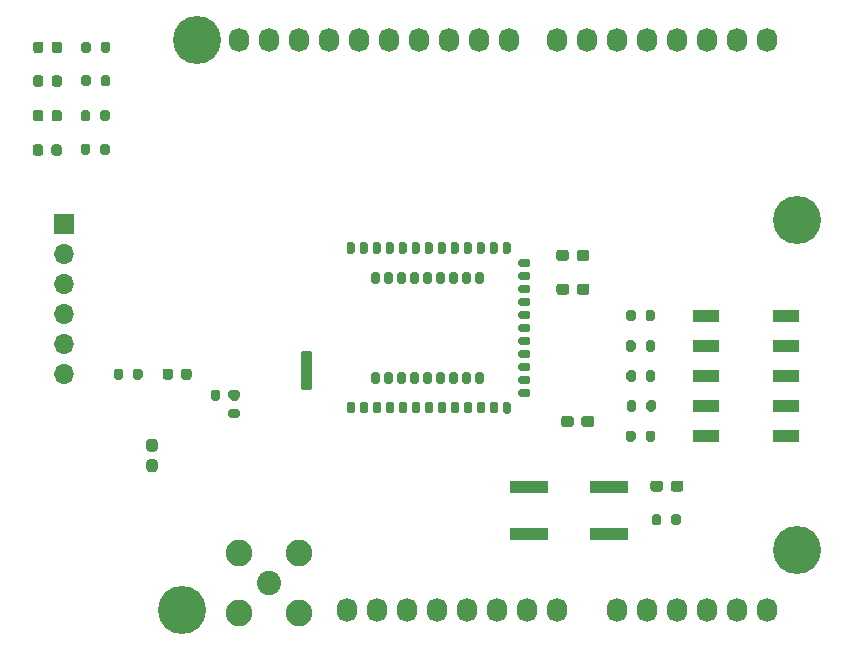
<source format=gbr>
%TF.GenerationSoftware,KiCad,Pcbnew,(5.1.7)-1*%
%TF.CreationDate,2020-11-28T10:02:44+01:00*%
%TF.ProjectId,Rhizo_Receiver_Shield,5268697a-6f5f-4526-9563-65697665725f,rev?*%
%TF.SameCoordinates,Original*%
%TF.FileFunction,Soldermask,Top*%
%TF.FilePolarity,Negative*%
%FSLAX46Y46*%
G04 Gerber Fmt 4.6, Leading zero omitted, Abs format (unit mm)*
G04 Created by KiCad (PCBNEW (5.1.7)-1) date 2020-11-28 10:02:44*
%MOMM*%
%LPD*%
G01*
G04 APERTURE LIST*
%ADD10O,1.700000X1.700000*%
%ADD11R,1.700000X1.700000*%
%ADD12C,2.250000*%
%ADD13C,2.050000*%
%ADD14R,3.200000X1.000000*%
%ADD15R,2.160000X1.120000*%
%ADD16O,1.727200X2.032000*%
%ADD17C,4.064000*%
%ADD18C,0.254000*%
%ADD19C,0.100000*%
G04 APERTURE END LIST*
D10*
%TO.C,P9*%
X115001040Y-103863140D03*
X115001040Y-101323140D03*
X115001040Y-98783140D03*
X115001040Y-96243140D03*
X115001040Y-93703140D03*
D11*
X115001040Y-91163140D03*
%TD*%
%TO.C,C18*%
G36*
G01*
X158384120Y-94077800D02*
X158384120Y-93602800D01*
G75*
G02*
X158621620Y-93365300I237500J0D01*
G01*
X159221620Y-93365300D01*
G75*
G02*
X159459120Y-93602800I0J-237500D01*
G01*
X159459120Y-94077800D01*
G75*
G02*
X159221620Y-94315300I-237500J0D01*
G01*
X158621620Y-94315300D01*
G75*
G02*
X158384120Y-94077800I0J237500D01*
G01*
G37*
G36*
G01*
X156659120Y-94077800D02*
X156659120Y-93602800D01*
G75*
G02*
X156896620Y-93365300I237500J0D01*
G01*
X157496620Y-93365300D01*
G75*
G02*
X157734120Y-93602800I0J-237500D01*
G01*
X157734120Y-94077800D01*
G75*
G02*
X157496620Y-94315300I-237500J0D01*
G01*
X156896620Y-94315300D01*
G75*
G02*
X156659120Y-94077800I0J237500D01*
G01*
G37*
%TD*%
%TO.C,C16*%
G36*
G01*
X158405880Y-96950540D02*
X158405880Y-96475540D01*
G75*
G02*
X158643380Y-96238040I237500J0D01*
G01*
X159243380Y-96238040D01*
G75*
G02*
X159480880Y-96475540I0J-237500D01*
G01*
X159480880Y-96950540D01*
G75*
G02*
X159243380Y-97188040I-237500J0D01*
G01*
X158643380Y-97188040D01*
G75*
G02*
X158405880Y-96950540I0J237500D01*
G01*
G37*
G36*
G01*
X156680880Y-96950540D02*
X156680880Y-96475540D01*
G75*
G02*
X156918380Y-96238040I237500J0D01*
G01*
X157518380Y-96238040D01*
G75*
G02*
X157755880Y-96475540I0J-237500D01*
G01*
X157755880Y-96950540D01*
G75*
G02*
X157518380Y-97188040I-237500J0D01*
G01*
X156918380Y-97188040D01*
G75*
G02*
X156680880Y-96950540I0J237500D01*
G01*
G37*
%TD*%
%TO.C,C15*%
G36*
G01*
X158795600Y-108144320D02*
X158795600Y-107669320D01*
G75*
G02*
X159033100Y-107431820I237500J0D01*
G01*
X159633100Y-107431820D01*
G75*
G02*
X159870600Y-107669320I0J-237500D01*
G01*
X159870600Y-108144320D01*
G75*
G02*
X159633100Y-108381820I-237500J0D01*
G01*
X159033100Y-108381820D01*
G75*
G02*
X158795600Y-108144320I0J237500D01*
G01*
G37*
G36*
G01*
X157070600Y-108144320D02*
X157070600Y-107669320D01*
G75*
G02*
X157308100Y-107431820I237500J0D01*
G01*
X157908100Y-107431820D01*
G75*
G02*
X158145600Y-107669320I0J-237500D01*
G01*
X158145600Y-108144320D01*
G75*
G02*
X157908100Y-108381820I-237500J0D01*
G01*
X157308100Y-108381820D01*
G75*
G02*
X157070600Y-108144320I0J237500D01*
G01*
G37*
%TD*%
%TO.C,C14*%
G36*
G01*
X166362260Y-113612940D02*
X166362260Y-113137940D01*
G75*
G02*
X166599760Y-112900440I237500J0D01*
G01*
X167199760Y-112900440D01*
G75*
G02*
X167437260Y-113137940I0J-237500D01*
G01*
X167437260Y-113612940D01*
G75*
G02*
X167199760Y-113850440I-237500J0D01*
G01*
X166599760Y-113850440D01*
G75*
G02*
X166362260Y-113612940I0J237500D01*
G01*
G37*
G36*
G01*
X164637260Y-113612940D02*
X164637260Y-113137940D01*
G75*
G02*
X164874760Y-112900440I237500J0D01*
G01*
X165474760Y-112900440D01*
G75*
G02*
X165712260Y-113137940I0J-237500D01*
G01*
X165712260Y-113612940D01*
G75*
G02*
X165474760Y-113850440I-237500J0D01*
G01*
X164874760Y-113850440D01*
G75*
G02*
X164637260Y-113612940I0J237500D01*
G01*
G37*
%TD*%
%TO.C,C2*%
G36*
G01*
X122675660Y-110453460D02*
X122200660Y-110453460D01*
G75*
G02*
X121963160Y-110215960I0J237500D01*
G01*
X121963160Y-109615960D01*
G75*
G02*
X122200660Y-109378460I237500J0D01*
G01*
X122675660Y-109378460D01*
G75*
G02*
X122913160Y-109615960I0J-237500D01*
G01*
X122913160Y-110215960D01*
G75*
G02*
X122675660Y-110453460I-237500J0D01*
G01*
G37*
G36*
G01*
X122675660Y-112178460D02*
X122200660Y-112178460D01*
G75*
G02*
X121963160Y-111940960I0J237500D01*
G01*
X121963160Y-111340960D01*
G75*
G02*
X122200660Y-111103460I237500J0D01*
G01*
X122675660Y-111103460D01*
G75*
G02*
X122913160Y-111340960I0J-237500D01*
G01*
X122913160Y-111940960D01*
G75*
G02*
X122675660Y-112178460I-237500J0D01*
G01*
G37*
%TD*%
D12*
%TO.C,J1*%
X129794000Y-124079000D03*
X129794000Y-118999000D03*
X134874000Y-118999000D03*
X134874000Y-124079000D03*
D13*
X132334000Y-121539000D03*
%TD*%
%TO.C,U101*%
G36*
G01*
X153467280Y-104555940D02*
X153467280Y-104205940D01*
G75*
G02*
X153642280Y-104030940I175000J0D01*
G01*
X154292280Y-104030940D01*
G75*
G02*
X154467280Y-104205940I0J-175000D01*
G01*
X154467280Y-104555940D01*
G75*
G02*
X154292280Y-104730940I-175000J0D01*
G01*
X153642280Y-104730940D01*
G75*
G02*
X153467280Y-104555940I0J175000D01*
G01*
G37*
G36*
G01*
X153467280Y-103455940D02*
X153467280Y-103105940D01*
G75*
G02*
X153642280Y-102930940I175000J0D01*
G01*
X154292280Y-102930940D01*
G75*
G02*
X154467280Y-103105940I0J-175000D01*
G01*
X154467280Y-103455940D01*
G75*
G02*
X154292280Y-103630940I-175000J0D01*
G01*
X153642280Y-103630940D01*
G75*
G02*
X153467280Y-103455940I0J175000D01*
G01*
G37*
G36*
G01*
X153467280Y-105655940D02*
X153467280Y-105305940D01*
G75*
G02*
X153642280Y-105130940I175000J0D01*
G01*
X154292280Y-105130940D01*
G75*
G02*
X154467280Y-105305940I0J-175000D01*
G01*
X154467280Y-105655940D01*
G75*
G02*
X154292280Y-105830940I-175000J0D01*
G01*
X153642280Y-105830940D01*
G75*
G02*
X153467280Y-105655940I0J175000D01*
G01*
G37*
G36*
G01*
X153467280Y-97955940D02*
X153467280Y-97605940D01*
G75*
G02*
X153642280Y-97430940I175000J0D01*
G01*
X154292280Y-97430940D01*
G75*
G02*
X154467280Y-97605940I0J-175000D01*
G01*
X154467280Y-97955940D01*
G75*
G02*
X154292280Y-98130940I-175000J0D01*
G01*
X153642280Y-98130940D01*
G75*
G02*
X153467280Y-97955940I0J175000D01*
G01*
G37*
G36*
G01*
X153467280Y-102355940D02*
X153467280Y-102005940D01*
G75*
G02*
X153642280Y-101830940I175000J0D01*
G01*
X154292280Y-101830940D01*
G75*
G02*
X154467280Y-102005940I0J-175000D01*
G01*
X154467280Y-102355940D01*
G75*
G02*
X154292280Y-102530940I-175000J0D01*
G01*
X153642280Y-102530940D01*
G75*
G02*
X153467280Y-102355940I0J175000D01*
G01*
G37*
G36*
G01*
X153467280Y-96855940D02*
X153467280Y-96505940D01*
G75*
G02*
X153642280Y-96330940I175000J0D01*
G01*
X154292280Y-96330940D01*
G75*
G02*
X154467280Y-96505940I0J-175000D01*
G01*
X154467280Y-96855940D01*
G75*
G02*
X154292280Y-97030940I-175000J0D01*
G01*
X153642280Y-97030940D01*
G75*
G02*
X153467280Y-96855940I0J175000D01*
G01*
G37*
G36*
G01*
X153467280Y-101255940D02*
X153467280Y-100905940D01*
G75*
G02*
X153642280Y-100730940I175000J0D01*
G01*
X154292280Y-100730940D01*
G75*
G02*
X154467280Y-100905940I0J-175000D01*
G01*
X154467280Y-101255940D01*
G75*
G02*
X154292280Y-101430940I-175000J0D01*
G01*
X153642280Y-101430940D01*
G75*
G02*
X153467280Y-101255940I0J175000D01*
G01*
G37*
G36*
G01*
X153467280Y-95755940D02*
X153467280Y-95405940D01*
G75*
G02*
X153642280Y-95230940I175000J0D01*
G01*
X154292280Y-95230940D01*
G75*
G02*
X154467280Y-95405940I0J-175000D01*
G01*
X154467280Y-95755940D01*
G75*
G02*
X154292280Y-95930940I-175000J0D01*
G01*
X153642280Y-95930940D01*
G75*
G02*
X153467280Y-95755940I0J175000D01*
G01*
G37*
G36*
G01*
X153467280Y-94655940D02*
X153467280Y-94305940D01*
G75*
G02*
X153642280Y-94130940I175000J0D01*
G01*
X154292280Y-94130940D01*
G75*
G02*
X154467280Y-94305940I0J-175000D01*
G01*
X154467280Y-94655940D01*
G75*
G02*
X154292280Y-94830940I-175000J0D01*
G01*
X153642280Y-94830940D01*
G75*
G02*
X153467280Y-94655940I0J175000D01*
G01*
G37*
G36*
G01*
X153467280Y-100155940D02*
X153467280Y-99805940D01*
G75*
G02*
X153642280Y-99630940I175000J0D01*
G01*
X154292280Y-99630940D01*
G75*
G02*
X154467280Y-99805940I0J-175000D01*
G01*
X154467280Y-100155940D01*
G75*
G02*
X154292280Y-100330940I-175000J0D01*
G01*
X153642280Y-100330940D01*
G75*
G02*
X153467280Y-100155940I0J175000D01*
G01*
G37*
G36*
G01*
X153467280Y-99055940D02*
X153467280Y-98705940D01*
G75*
G02*
X153642280Y-98530940I175000J0D01*
G01*
X154292280Y-98530940D01*
G75*
G02*
X154467280Y-98705940I0J-175000D01*
G01*
X154467280Y-99055940D01*
G75*
G02*
X154292280Y-99230940I-175000J0D01*
G01*
X153642280Y-99230940D01*
G75*
G02*
X153467280Y-99055940I0J175000D01*
G01*
G37*
G36*
G01*
X148242280Y-107210940D02*
X147892280Y-107210940D01*
G75*
G02*
X147717280Y-107035940I0J175000D01*
G01*
X147717280Y-106385940D01*
G75*
G02*
X147892280Y-106210940I175000J0D01*
G01*
X148242280Y-106210940D01*
G75*
G02*
X148417280Y-106385940I0J-175000D01*
G01*
X148417280Y-107035940D01*
G75*
G02*
X148242280Y-107210940I-175000J0D01*
G01*
G37*
G36*
G01*
X150442280Y-107210940D02*
X150092280Y-107210940D01*
G75*
G02*
X149917280Y-107035940I0J175000D01*
G01*
X149917280Y-106385940D01*
G75*
G02*
X150092280Y-106210940I175000J0D01*
G01*
X150442280Y-106210940D01*
G75*
G02*
X150617280Y-106385940I0J-175000D01*
G01*
X150617280Y-107035940D01*
G75*
G02*
X150442280Y-107210940I-175000J0D01*
G01*
G37*
G36*
G01*
X141642280Y-107210940D02*
X141292280Y-107210940D01*
G75*
G02*
X141117280Y-107035940I0J175000D01*
G01*
X141117280Y-106385940D01*
G75*
G02*
X141292280Y-106210940I175000J0D01*
G01*
X141642280Y-106210940D01*
G75*
G02*
X141817280Y-106385940I0J-175000D01*
G01*
X141817280Y-107035940D01*
G75*
G02*
X141642280Y-107210940I-175000J0D01*
G01*
G37*
G36*
G01*
X146042280Y-107210940D02*
X145692280Y-107210940D01*
G75*
G02*
X145517280Y-107035940I0J175000D01*
G01*
X145517280Y-106385940D01*
G75*
G02*
X145692280Y-106210940I175000J0D01*
G01*
X146042280Y-106210940D01*
G75*
G02*
X146217280Y-106385940I0J-175000D01*
G01*
X146217280Y-107035940D01*
G75*
G02*
X146042280Y-107210940I-175000J0D01*
G01*
G37*
G36*
G01*
X144942280Y-107210940D02*
X144592280Y-107210940D01*
G75*
G02*
X144417280Y-107035940I0J175000D01*
G01*
X144417280Y-106385940D01*
G75*
G02*
X144592280Y-106210940I175000J0D01*
G01*
X144942280Y-106210940D01*
G75*
G02*
X145117280Y-106385940I0J-175000D01*
G01*
X145117280Y-107035940D01*
G75*
G02*
X144942280Y-107210940I-175000J0D01*
G01*
G37*
G36*
G01*
X152642280Y-107230940D02*
X152292280Y-107230940D01*
G75*
G02*
X152117280Y-107055940I0J175000D01*
G01*
X152117280Y-106405940D01*
G75*
G02*
X152292280Y-106230940I175000J0D01*
G01*
X152642280Y-106230940D01*
G75*
G02*
X152817280Y-106405940I0J-175000D01*
G01*
X152817280Y-107055940D01*
G75*
G02*
X152642280Y-107230940I-175000J0D01*
G01*
G37*
G36*
G01*
X143842280Y-107210940D02*
X143492280Y-107210940D01*
G75*
G02*
X143317280Y-107035940I0J175000D01*
G01*
X143317280Y-106385940D01*
G75*
G02*
X143492280Y-106210940I175000J0D01*
G01*
X143842280Y-106210940D01*
G75*
G02*
X144017280Y-106385940I0J-175000D01*
G01*
X144017280Y-107035940D01*
G75*
G02*
X143842280Y-107210940I-175000J0D01*
G01*
G37*
G36*
G01*
X149342280Y-107210940D02*
X148992280Y-107210940D01*
G75*
G02*
X148817280Y-107035940I0J175000D01*
G01*
X148817280Y-106385940D01*
G75*
G02*
X148992280Y-106210940I175000J0D01*
G01*
X149342280Y-106210940D01*
G75*
G02*
X149517280Y-106385940I0J-175000D01*
G01*
X149517280Y-107035940D01*
G75*
G02*
X149342280Y-107210940I-175000J0D01*
G01*
G37*
G36*
G01*
X151542280Y-107210940D02*
X151192280Y-107210940D01*
G75*
G02*
X151017280Y-107035940I0J175000D01*
G01*
X151017280Y-106385940D01*
G75*
G02*
X151192280Y-106210940I175000J0D01*
G01*
X151542280Y-106210940D01*
G75*
G02*
X151717280Y-106385940I0J-175000D01*
G01*
X151717280Y-107035940D01*
G75*
G02*
X151542280Y-107210940I-175000J0D01*
G01*
G37*
G36*
G01*
X142742280Y-107210940D02*
X142392280Y-107210940D01*
G75*
G02*
X142217280Y-107035940I0J175000D01*
G01*
X142217280Y-106385940D01*
G75*
G02*
X142392280Y-106210940I175000J0D01*
G01*
X142742280Y-106210940D01*
G75*
G02*
X142917280Y-106385940I0J-175000D01*
G01*
X142917280Y-107035940D01*
G75*
G02*
X142742280Y-107210940I-175000J0D01*
G01*
G37*
G36*
G01*
X147142280Y-107210940D02*
X146792280Y-107210940D01*
G75*
G02*
X146617280Y-107035940I0J175000D01*
G01*
X146617280Y-106385940D01*
G75*
G02*
X146792280Y-106210940I175000J0D01*
G01*
X147142280Y-106210940D01*
G75*
G02*
X147317280Y-106385940I0J-175000D01*
G01*
X147317280Y-107035940D01*
G75*
G02*
X147142280Y-107210940I-175000J0D01*
G01*
G37*
G36*
G01*
X140542280Y-107210940D02*
X140192280Y-107210940D01*
G75*
G02*
X140017280Y-107035940I0J175000D01*
G01*
X140017280Y-106385940D01*
G75*
G02*
X140192280Y-106210940I175000J0D01*
G01*
X140542280Y-106210940D01*
G75*
G02*
X140717280Y-106385940I0J-175000D01*
G01*
X140717280Y-107035940D01*
G75*
G02*
X140542280Y-107210940I-175000J0D01*
G01*
G37*
G36*
G01*
X139442280Y-107210940D02*
X139092280Y-107210940D01*
G75*
G02*
X138917280Y-107035940I0J175000D01*
G01*
X138917280Y-106385940D01*
G75*
G02*
X139092280Y-106210940I175000J0D01*
G01*
X139442280Y-106210940D01*
G75*
G02*
X139617280Y-106385940I0J-175000D01*
G01*
X139617280Y-107035940D01*
G75*
G02*
X139442280Y-107210940I-175000J0D01*
G01*
G37*
G36*
G01*
X152642280Y-93730940D02*
X152292280Y-93730940D01*
G75*
G02*
X152117280Y-93555940I0J175000D01*
G01*
X152117280Y-92905940D01*
G75*
G02*
X152292280Y-92730940I175000J0D01*
G01*
X152642280Y-92730940D01*
G75*
G02*
X152817280Y-92905940I0J-175000D01*
G01*
X152817280Y-93555940D01*
G75*
G02*
X152642280Y-93730940I-175000J0D01*
G01*
G37*
G36*
G01*
X150442280Y-93710940D02*
X150092280Y-93710940D01*
G75*
G02*
X149917280Y-93535940I0J175000D01*
G01*
X149917280Y-92885940D01*
G75*
G02*
X150092280Y-92710940I175000J0D01*
G01*
X150442280Y-92710940D01*
G75*
G02*
X150617280Y-92885940I0J-175000D01*
G01*
X150617280Y-93535940D01*
G75*
G02*
X150442280Y-93710940I-175000J0D01*
G01*
G37*
G36*
G01*
X148242280Y-93710940D02*
X147892280Y-93710940D01*
G75*
G02*
X147717280Y-93535940I0J175000D01*
G01*
X147717280Y-92885940D01*
G75*
G02*
X147892280Y-92710940I175000J0D01*
G01*
X148242280Y-92710940D01*
G75*
G02*
X148417280Y-92885940I0J-175000D01*
G01*
X148417280Y-93535940D01*
G75*
G02*
X148242280Y-93710940I-175000J0D01*
G01*
G37*
G36*
G01*
X151542280Y-93710940D02*
X151192280Y-93710940D01*
G75*
G02*
X151017280Y-93535940I0J175000D01*
G01*
X151017280Y-92885940D01*
G75*
G02*
X151192280Y-92710940I175000J0D01*
G01*
X151542280Y-92710940D01*
G75*
G02*
X151717280Y-92885940I0J-175000D01*
G01*
X151717280Y-93535940D01*
G75*
G02*
X151542280Y-93710940I-175000J0D01*
G01*
G37*
G36*
G01*
X149342280Y-93710940D02*
X148992280Y-93710940D01*
G75*
G02*
X148817280Y-93535940I0J175000D01*
G01*
X148817280Y-92885940D01*
G75*
G02*
X148992280Y-92710940I175000J0D01*
G01*
X149342280Y-92710940D01*
G75*
G02*
X149517280Y-92885940I0J-175000D01*
G01*
X149517280Y-93535940D01*
G75*
G02*
X149342280Y-93710940I-175000J0D01*
G01*
G37*
G36*
G01*
X146042280Y-93710940D02*
X145692280Y-93710940D01*
G75*
G02*
X145517280Y-93535940I0J175000D01*
G01*
X145517280Y-92885940D01*
G75*
G02*
X145692280Y-92710940I175000J0D01*
G01*
X146042280Y-92710940D01*
G75*
G02*
X146217280Y-92885940I0J-175000D01*
G01*
X146217280Y-93535940D01*
G75*
G02*
X146042280Y-93710940I-175000J0D01*
G01*
G37*
G36*
G01*
X141642280Y-93710940D02*
X141292280Y-93710940D01*
G75*
G02*
X141117280Y-93535940I0J175000D01*
G01*
X141117280Y-92885940D01*
G75*
G02*
X141292280Y-92710940I175000J0D01*
G01*
X141642280Y-92710940D01*
G75*
G02*
X141817280Y-92885940I0J-175000D01*
G01*
X141817280Y-93535940D01*
G75*
G02*
X141642280Y-93710940I-175000J0D01*
G01*
G37*
G36*
G01*
X147142280Y-93710940D02*
X146792280Y-93710940D01*
G75*
G02*
X146617280Y-93535940I0J175000D01*
G01*
X146617280Y-92885940D01*
G75*
G02*
X146792280Y-92710940I175000J0D01*
G01*
X147142280Y-92710940D01*
G75*
G02*
X147317280Y-92885940I0J-175000D01*
G01*
X147317280Y-93535940D01*
G75*
G02*
X147142280Y-93710940I-175000J0D01*
G01*
G37*
G36*
G01*
X142742280Y-93710940D02*
X142392280Y-93710940D01*
G75*
G02*
X142217280Y-93535940I0J175000D01*
G01*
X142217280Y-92885940D01*
G75*
G02*
X142392280Y-92710940I175000J0D01*
G01*
X142742280Y-92710940D01*
G75*
G02*
X142917280Y-92885940I0J-175000D01*
G01*
X142917280Y-93535940D01*
G75*
G02*
X142742280Y-93710940I-175000J0D01*
G01*
G37*
G36*
G01*
X143842280Y-93710940D02*
X143492280Y-93710940D01*
G75*
G02*
X143317280Y-93535940I0J175000D01*
G01*
X143317280Y-92885940D01*
G75*
G02*
X143492280Y-92710940I175000J0D01*
G01*
X143842280Y-92710940D01*
G75*
G02*
X144017280Y-92885940I0J-175000D01*
G01*
X144017280Y-93535940D01*
G75*
G02*
X143842280Y-93710940I-175000J0D01*
G01*
G37*
G36*
G01*
X144942280Y-93710940D02*
X144592280Y-93710940D01*
G75*
G02*
X144417280Y-93535940I0J175000D01*
G01*
X144417280Y-92885940D01*
G75*
G02*
X144592280Y-92710940I175000J0D01*
G01*
X144942280Y-92710940D01*
G75*
G02*
X145117280Y-92885940I0J-175000D01*
G01*
X145117280Y-93535940D01*
G75*
G02*
X144942280Y-93710940I-175000J0D01*
G01*
G37*
G36*
G01*
X139442280Y-93710940D02*
X139092280Y-93710940D01*
G75*
G02*
X138917280Y-93535940I0J175000D01*
G01*
X138917280Y-92885940D01*
G75*
G02*
X139092280Y-92710940I175000J0D01*
G01*
X139442280Y-92710940D01*
G75*
G02*
X139617280Y-92885940I0J-175000D01*
G01*
X139617280Y-93535940D01*
G75*
G02*
X139442280Y-93710940I-175000J0D01*
G01*
G37*
G36*
G01*
X140542280Y-93710940D02*
X140192280Y-93710940D01*
G75*
G02*
X140017280Y-93535940I0J175000D01*
G01*
X140017280Y-92885940D01*
G75*
G02*
X140192280Y-92710940I175000J0D01*
G01*
X140542280Y-92710940D01*
G75*
G02*
X140717280Y-92885940I0J-175000D01*
G01*
X140717280Y-93535940D01*
G75*
G02*
X140542280Y-93710940I-175000J0D01*
G01*
G37*
G36*
G01*
X148142280Y-104730940D02*
X147792280Y-104730940D01*
G75*
G02*
X147617280Y-104555940I0J175000D01*
G01*
X147617280Y-103905940D01*
G75*
G02*
X147792280Y-103730940I175000J0D01*
G01*
X148142280Y-103730940D01*
G75*
G02*
X148317280Y-103905940I0J-175000D01*
G01*
X148317280Y-104555940D01*
G75*
G02*
X148142280Y-104730940I-175000J0D01*
G01*
G37*
G36*
G01*
X143742280Y-104730940D02*
X143392280Y-104730940D01*
G75*
G02*
X143217280Y-104555940I0J175000D01*
G01*
X143217280Y-103905940D01*
G75*
G02*
X143392280Y-103730940I175000J0D01*
G01*
X143742280Y-103730940D01*
G75*
G02*
X143917280Y-103905940I0J-175000D01*
G01*
X143917280Y-104555940D01*
G75*
G02*
X143742280Y-104730940I-175000J0D01*
G01*
G37*
G36*
G01*
X149242280Y-104730940D02*
X148892280Y-104730940D01*
G75*
G02*
X148717280Y-104555940I0J175000D01*
G01*
X148717280Y-103905940D01*
G75*
G02*
X148892280Y-103730940I175000J0D01*
G01*
X149242280Y-103730940D01*
G75*
G02*
X149417280Y-103905940I0J-175000D01*
G01*
X149417280Y-104555940D01*
G75*
G02*
X149242280Y-104730940I-175000J0D01*
G01*
G37*
G36*
G01*
X144842280Y-104730940D02*
X144492280Y-104730940D01*
G75*
G02*
X144317280Y-104555940I0J175000D01*
G01*
X144317280Y-103905940D01*
G75*
G02*
X144492280Y-103730940I175000J0D01*
G01*
X144842280Y-103730940D01*
G75*
G02*
X145017280Y-103905940I0J-175000D01*
G01*
X145017280Y-104555940D01*
G75*
G02*
X144842280Y-104730940I-175000J0D01*
G01*
G37*
G36*
G01*
X150342280Y-104730940D02*
X149992280Y-104730940D01*
G75*
G02*
X149817280Y-104555940I0J175000D01*
G01*
X149817280Y-103905940D01*
G75*
G02*
X149992280Y-103730940I175000J0D01*
G01*
X150342280Y-103730940D01*
G75*
G02*
X150517280Y-103905940I0J-175000D01*
G01*
X150517280Y-104555940D01*
G75*
G02*
X150342280Y-104730940I-175000J0D01*
G01*
G37*
G36*
G01*
X145942280Y-104730940D02*
X145592280Y-104730940D01*
G75*
G02*
X145417280Y-104555940I0J175000D01*
G01*
X145417280Y-103905940D01*
G75*
G02*
X145592280Y-103730940I175000J0D01*
G01*
X145942280Y-103730940D01*
G75*
G02*
X146117280Y-103905940I0J-175000D01*
G01*
X146117280Y-104555940D01*
G75*
G02*
X145942280Y-104730940I-175000J0D01*
G01*
G37*
G36*
G01*
X147042280Y-104730940D02*
X146692280Y-104730940D01*
G75*
G02*
X146517280Y-104555940I0J175000D01*
G01*
X146517280Y-103905940D01*
G75*
G02*
X146692280Y-103730940I175000J0D01*
G01*
X147042280Y-103730940D01*
G75*
G02*
X147217280Y-103905940I0J-175000D01*
G01*
X147217280Y-104555940D01*
G75*
G02*
X147042280Y-104730940I-175000J0D01*
G01*
G37*
G36*
G01*
X141542280Y-104740940D02*
X141192280Y-104740940D01*
G75*
G02*
X141017280Y-104565940I0J175000D01*
G01*
X141017280Y-103915940D01*
G75*
G02*
X141192280Y-103740940I175000J0D01*
G01*
X141542280Y-103740940D01*
G75*
G02*
X141717280Y-103915940I0J-175000D01*
G01*
X141717280Y-104565940D01*
G75*
G02*
X141542280Y-104740940I-175000J0D01*
G01*
G37*
G36*
G01*
X142642280Y-104730940D02*
X142292280Y-104730940D01*
G75*
G02*
X142117280Y-104555940I0J175000D01*
G01*
X142117280Y-103905940D01*
G75*
G02*
X142292280Y-103730940I175000J0D01*
G01*
X142642280Y-103730940D01*
G75*
G02*
X142817280Y-103905940I0J-175000D01*
G01*
X142817280Y-104555940D01*
G75*
G02*
X142642280Y-104730940I-175000J0D01*
G01*
G37*
G36*
G01*
X141542280Y-96230940D02*
X141192280Y-96230940D01*
G75*
G02*
X141017280Y-96055940I0J175000D01*
G01*
X141017280Y-95405940D01*
G75*
G02*
X141192280Y-95230940I175000J0D01*
G01*
X141542280Y-95230940D01*
G75*
G02*
X141717280Y-95405940I0J-175000D01*
G01*
X141717280Y-96055940D01*
G75*
G02*
X141542280Y-96230940I-175000J0D01*
G01*
G37*
G36*
G01*
X142642280Y-96230940D02*
X142292280Y-96230940D01*
G75*
G02*
X142117280Y-96055940I0J175000D01*
G01*
X142117280Y-95405940D01*
G75*
G02*
X142292280Y-95230940I175000J0D01*
G01*
X142642280Y-95230940D01*
G75*
G02*
X142817280Y-95405940I0J-175000D01*
G01*
X142817280Y-96055940D01*
G75*
G02*
X142642280Y-96230940I-175000J0D01*
G01*
G37*
G36*
G01*
X143742280Y-96230940D02*
X143392280Y-96230940D01*
G75*
G02*
X143217280Y-96055940I0J175000D01*
G01*
X143217280Y-95405940D01*
G75*
G02*
X143392280Y-95230940I175000J0D01*
G01*
X143742280Y-95230940D01*
G75*
G02*
X143917280Y-95405940I0J-175000D01*
G01*
X143917280Y-96055940D01*
G75*
G02*
X143742280Y-96230940I-175000J0D01*
G01*
G37*
G36*
G01*
X145942280Y-96230940D02*
X145592280Y-96230940D01*
G75*
G02*
X145417280Y-96055940I0J175000D01*
G01*
X145417280Y-95405940D01*
G75*
G02*
X145592280Y-95230940I175000J0D01*
G01*
X145942280Y-95230940D01*
G75*
G02*
X146117280Y-95405940I0J-175000D01*
G01*
X146117280Y-96055940D01*
G75*
G02*
X145942280Y-96230940I-175000J0D01*
G01*
G37*
G36*
G01*
X144842280Y-96230940D02*
X144492280Y-96230940D01*
G75*
G02*
X144317280Y-96055940I0J175000D01*
G01*
X144317280Y-95405940D01*
G75*
G02*
X144492280Y-95230940I175000J0D01*
G01*
X144842280Y-95230940D01*
G75*
G02*
X145017280Y-95405940I0J-175000D01*
G01*
X145017280Y-96055940D01*
G75*
G02*
X144842280Y-96230940I-175000J0D01*
G01*
G37*
G36*
G01*
X147042280Y-96230940D02*
X146692280Y-96230940D01*
G75*
G02*
X146517280Y-96055940I0J175000D01*
G01*
X146517280Y-95405940D01*
G75*
G02*
X146692280Y-95230940I175000J0D01*
G01*
X147042280Y-95230940D01*
G75*
G02*
X147217280Y-95405940I0J-175000D01*
G01*
X147217280Y-96055940D01*
G75*
G02*
X147042280Y-96230940I-175000J0D01*
G01*
G37*
G36*
G01*
X149242280Y-96230940D02*
X148892280Y-96230940D01*
G75*
G02*
X148717280Y-96055940I0J175000D01*
G01*
X148717280Y-95405940D01*
G75*
G02*
X148892280Y-95230940I175000J0D01*
G01*
X149242280Y-95230940D01*
G75*
G02*
X149417280Y-95405940I0J-175000D01*
G01*
X149417280Y-96055940D01*
G75*
G02*
X149242280Y-96230940I-175000J0D01*
G01*
G37*
G36*
G01*
X148142280Y-96230940D02*
X147792280Y-96230940D01*
G75*
G02*
X147617280Y-96055940I0J175000D01*
G01*
X147617280Y-95405940D01*
G75*
G02*
X147792280Y-95230940I175000J0D01*
G01*
X148142280Y-95230940D01*
G75*
G02*
X148317280Y-95405940I0J-175000D01*
G01*
X148317280Y-96055940D01*
G75*
G02*
X148142280Y-96230940I-175000J0D01*
G01*
G37*
G36*
G01*
X150342280Y-96230940D02*
X149992280Y-96230940D01*
G75*
G02*
X149817280Y-96055940I0J175000D01*
G01*
X149817280Y-95405940D01*
G75*
G02*
X149992280Y-95230940I175000J0D01*
G01*
X150342280Y-95230940D01*
G75*
G02*
X150517280Y-95405940I0J-175000D01*
G01*
X150517280Y-96055940D01*
G75*
G02*
X150342280Y-96230940I-175000J0D01*
G01*
G37*
%TD*%
D14*
%TO.C,SW2*%
X161120240Y-117446560D03*
X154320240Y-117446560D03*
X154320240Y-113446560D03*
X161120240Y-113446560D03*
%TD*%
D15*
%TO.C,SW1*%
X169357540Y-109143800D03*
X176087540Y-98983800D03*
X169357540Y-106603800D03*
X176087540Y-101523800D03*
X169357540Y-104063800D03*
X176087540Y-104063800D03*
X169357540Y-101523800D03*
X176087540Y-106603800D03*
X169357540Y-98983800D03*
X176087540Y-109143800D03*
%TD*%
%TO.C,R101*%
G36*
G01*
X120835740Y-104168620D02*
X120835740Y-103618620D01*
G75*
G02*
X121035740Y-103418620I200000J0D01*
G01*
X121435740Y-103418620D01*
G75*
G02*
X121635740Y-103618620I0J-200000D01*
G01*
X121635740Y-104168620D01*
G75*
G02*
X121435740Y-104368620I-200000J0D01*
G01*
X121035740Y-104368620D01*
G75*
G02*
X120835740Y-104168620I0J200000D01*
G01*
G37*
G36*
G01*
X119185740Y-104168620D02*
X119185740Y-103618620D01*
G75*
G02*
X119385740Y-103418620I200000J0D01*
G01*
X119785740Y-103418620D01*
G75*
G02*
X119985740Y-103618620I0J-200000D01*
G01*
X119985740Y-104168620D01*
G75*
G02*
X119785740Y-104368620I-200000J0D01*
G01*
X119385740Y-104368620D01*
G75*
G02*
X119185740Y-104168620I0J200000D01*
G01*
G37*
%TD*%
%TO.C,R13*%
G36*
G01*
X129045020Y-105946620D02*
X129045020Y-105396620D01*
G75*
G02*
X129245020Y-105196620I200000J0D01*
G01*
X129645020Y-105196620D01*
G75*
G02*
X129845020Y-105396620I0J-200000D01*
G01*
X129845020Y-105946620D01*
G75*
G02*
X129645020Y-106146620I-200000J0D01*
G01*
X129245020Y-106146620D01*
G75*
G02*
X129045020Y-105946620I0J200000D01*
G01*
G37*
G36*
G01*
X127395020Y-105946620D02*
X127395020Y-105396620D01*
G75*
G02*
X127595020Y-105196620I200000J0D01*
G01*
X127995020Y-105196620D01*
G75*
G02*
X128195020Y-105396620I0J-200000D01*
G01*
X128195020Y-105946620D01*
G75*
G02*
X127995020Y-106146620I-200000J0D01*
G01*
X127595020Y-106146620D01*
G75*
G02*
X127395020Y-105946620I0J200000D01*
G01*
G37*
%TD*%
%TO.C,R11*%
G36*
G01*
X162579100Y-99210540D02*
X162579100Y-98660540D01*
G75*
G02*
X162779100Y-98460540I200000J0D01*
G01*
X163179100Y-98460540D01*
G75*
G02*
X163379100Y-98660540I0J-200000D01*
G01*
X163379100Y-99210540D01*
G75*
G02*
X163179100Y-99410540I-200000J0D01*
G01*
X162779100Y-99410540D01*
G75*
G02*
X162579100Y-99210540I0J200000D01*
G01*
G37*
G36*
G01*
X164229100Y-99210540D02*
X164229100Y-98660540D01*
G75*
G02*
X164429100Y-98460540I200000J0D01*
G01*
X164829100Y-98460540D01*
G75*
G02*
X165029100Y-98660540I0J-200000D01*
G01*
X165029100Y-99210540D01*
G75*
G02*
X164829100Y-99410540I-200000J0D01*
G01*
X164429100Y-99410540D01*
G75*
G02*
X164229100Y-99210540I0J200000D01*
G01*
G37*
%TD*%
%TO.C,R10*%
G36*
G01*
X164229600Y-101788640D02*
X164229600Y-101238640D01*
G75*
G02*
X164429600Y-101038640I200000J0D01*
G01*
X164829600Y-101038640D01*
G75*
G02*
X165029600Y-101238640I0J-200000D01*
G01*
X165029600Y-101788640D01*
G75*
G02*
X164829600Y-101988640I-200000J0D01*
G01*
X164429600Y-101988640D01*
G75*
G02*
X164229600Y-101788640I0J200000D01*
G01*
G37*
G36*
G01*
X162579600Y-101788640D02*
X162579600Y-101238640D01*
G75*
G02*
X162779600Y-101038640I200000J0D01*
G01*
X163179600Y-101038640D01*
G75*
G02*
X163379600Y-101238640I0J-200000D01*
G01*
X163379600Y-101788640D01*
G75*
G02*
X163179600Y-101988640I-200000J0D01*
G01*
X162779600Y-101988640D01*
G75*
G02*
X162579600Y-101788640I0J200000D01*
G01*
G37*
%TD*%
%TO.C,R9*%
G36*
G01*
X164257540Y-104323560D02*
X164257540Y-103773560D01*
G75*
G02*
X164457540Y-103573560I200000J0D01*
G01*
X164857540Y-103573560D01*
G75*
G02*
X165057540Y-103773560I0J-200000D01*
G01*
X165057540Y-104323560D01*
G75*
G02*
X164857540Y-104523560I-200000J0D01*
G01*
X164457540Y-104523560D01*
G75*
G02*
X164257540Y-104323560I0J200000D01*
G01*
G37*
G36*
G01*
X162607540Y-104323560D02*
X162607540Y-103773560D01*
G75*
G02*
X162807540Y-103573560I200000J0D01*
G01*
X163207540Y-103573560D01*
G75*
G02*
X163407540Y-103773560I0J-200000D01*
G01*
X163407540Y-104323560D01*
G75*
G02*
X163207540Y-104523560I-200000J0D01*
G01*
X162807540Y-104523560D01*
G75*
G02*
X162607540Y-104323560I0J200000D01*
G01*
G37*
%TD*%
%TO.C,R8*%
G36*
G01*
X164290560Y-106866100D02*
X164290560Y-106316100D01*
G75*
G02*
X164490560Y-106116100I200000J0D01*
G01*
X164890560Y-106116100D01*
G75*
G02*
X165090560Y-106316100I0J-200000D01*
G01*
X165090560Y-106866100D01*
G75*
G02*
X164890560Y-107066100I-200000J0D01*
G01*
X164490560Y-107066100D01*
G75*
G02*
X164290560Y-106866100I0J200000D01*
G01*
G37*
G36*
G01*
X162640560Y-106866100D02*
X162640560Y-106316100D01*
G75*
G02*
X162840560Y-106116100I200000J0D01*
G01*
X163240560Y-106116100D01*
G75*
G02*
X163440560Y-106316100I0J-200000D01*
G01*
X163440560Y-106866100D01*
G75*
G02*
X163240560Y-107066100I-200000J0D01*
G01*
X162840560Y-107066100D01*
G75*
G02*
X162640560Y-106866100I0J200000D01*
G01*
G37*
%TD*%
%TO.C,R7*%
G36*
G01*
X162577560Y-109421340D02*
X162577560Y-108871340D01*
G75*
G02*
X162777560Y-108671340I200000J0D01*
G01*
X163177560Y-108671340D01*
G75*
G02*
X163377560Y-108871340I0J-200000D01*
G01*
X163377560Y-109421340D01*
G75*
G02*
X163177560Y-109621340I-200000J0D01*
G01*
X162777560Y-109621340D01*
G75*
G02*
X162577560Y-109421340I0J200000D01*
G01*
G37*
G36*
G01*
X164227560Y-109421340D02*
X164227560Y-108871340D01*
G75*
G02*
X164427560Y-108671340I200000J0D01*
G01*
X164827560Y-108671340D01*
G75*
G02*
X165027560Y-108871340I0J-200000D01*
G01*
X165027560Y-109421340D01*
G75*
G02*
X164827560Y-109621340I-200000J0D01*
G01*
X164427560Y-109621340D01*
G75*
G02*
X164227560Y-109421340I0J200000D01*
G01*
G37*
%TD*%
%TO.C,R6*%
G36*
G01*
X118072220Y-82294140D02*
X118072220Y-81744140D01*
G75*
G02*
X118272220Y-81544140I200000J0D01*
G01*
X118672220Y-81544140D01*
G75*
G02*
X118872220Y-81744140I0J-200000D01*
G01*
X118872220Y-82294140D01*
G75*
G02*
X118672220Y-82494140I-200000J0D01*
G01*
X118272220Y-82494140D01*
G75*
G02*
X118072220Y-82294140I0J200000D01*
G01*
G37*
G36*
G01*
X116422220Y-82294140D02*
X116422220Y-81744140D01*
G75*
G02*
X116622220Y-81544140I200000J0D01*
G01*
X117022220Y-81544140D01*
G75*
G02*
X117222220Y-81744140I0J-200000D01*
G01*
X117222220Y-82294140D01*
G75*
G02*
X117022220Y-82494140I-200000J0D01*
G01*
X116622220Y-82494140D01*
G75*
G02*
X116422220Y-82294140I0J200000D01*
G01*
G37*
%TD*%
%TO.C,R5*%
G36*
G01*
X118064600Y-85128780D02*
X118064600Y-84578780D01*
G75*
G02*
X118264600Y-84378780I200000J0D01*
G01*
X118664600Y-84378780D01*
G75*
G02*
X118864600Y-84578780I0J-200000D01*
G01*
X118864600Y-85128780D01*
G75*
G02*
X118664600Y-85328780I-200000J0D01*
G01*
X118264600Y-85328780D01*
G75*
G02*
X118064600Y-85128780I0J200000D01*
G01*
G37*
G36*
G01*
X116414600Y-85128780D02*
X116414600Y-84578780D01*
G75*
G02*
X116614600Y-84378780I200000J0D01*
G01*
X117014600Y-84378780D01*
G75*
G02*
X117214600Y-84578780I0J-200000D01*
G01*
X117214600Y-85128780D01*
G75*
G02*
X117014600Y-85328780I-200000J0D01*
G01*
X116614600Y-85328780D01*
G75*
G02*
X116414600Y-85128780I0J200000D01*
G01*
G37*
%TD*%
%TO.C,R4*%
G36*
G01*
X165556880Y-115950320D02*
X165556880Y-116500320D01*
G75*
G02*
X165356880Y-116700320I-200000J0D01*
G01*
X164956880Y-116700320D01*
G75*
G02*
X164756880Y-116500320I0J200000D01*
G01*
X164756880Y-115950320D01*
G75*
G02*
X164956880Y-115750320I200000J0D01*
G01*
X165356880Y-115750320D01*
G75*
G02*
X165556880Y-115950320I0J-200000D01*
G01*
G37*
G36*
G01*
X167206880Y-115950320D02*
X167206880Y-116500320D01*
G75*
G02*
X167006880Y-116700320I-200000J0D01*
G01*
X166606880Y-116700320D01*
G75*
G02*
X166406880Y-116500320I0J200000D01*
G01*
X166406880Y-115950320D01*
G75*
G02*
X166606880Y-115750320I200000J0D01*
G01*
X167006880Y-115750320D01*
G75*
G02*
X167206880Y-115950320I0J-200000D01*
G01*
G37*
%TD*%
%TO.C,R3*%
G36*
G01*
X118100160Y-76490240D02*
X118100160Y-75940240D01*
G75*
G02*
X118300160Y-75740240I200000J0D01*
G01*
X118700160Y-75740240D01*
G75*
G02*
X118900160Y-75940240I0J-200000D01*
G01*
X118900160Y-76490240D01*
G75*
G02*
X118700160Y-76690240I-200000J0D01*
G01*
X118300160Y-76690240D01*
G75*
G02*
X118100160Y-76490240I0J200000D01*
G01*
G37*
G36*
G01*
X116450160Y-76490240D02*
X116450160Y-75940240D01*
G75*
G02*
X116650160Y-75740240I200000J0D01*
G01*
X117050160Y-75740240D01*
G75*
G02*
X117250160Y-75940240I0J-200000D01*
G01*
X117250160Y-76490240D01*
G75*
G02*
X117050160Y-76690240I-200000J0D01*
G01*
X116650160Y-76690240D01*
G75*
G02*
X116450160Y-76490240I0J200000D01*
G01*
G37*
%TD*%
%TO.C,R2*%
G36*
G01*
X118097620Y-79335040D02*
X118097620Y-78785040D01*
G75*
G02*
X118297620Y-78585040I200000J0D01*
G01*
X118697620Y-78585040D01*
G75*
G02*
X118897620Y-78785040I0J-200000D01*
G01*
X118897620Y-79335040D01*
G75*
G02*
X118697620Y-79535040I-200000J0D01*
G01*
X118297620Y-79535040D01*
G75*
G02*
X118097620Y-79335040I0J200000D01*
G01*
G37*
G36*
G01*
X116447620Y-79335040D02*
X116447620Y-78785040D01*
G75*
G02*
X116647620Y-78585040I200000J0D01*
G01*
X117047620Y-78585040D01*
G75*
G02*
X117247620Y-78785040I0J-200000D01*
G01*
X117247620Y-79335040D01*
G75*
G02*
X117047620Y-79535040I-200000J0D01*
G01*
X116647620Y-79535040D01*
G75*
G02*
X116447620Y-79335040I0J200000D01*
G01*
G37*
%TD*%
%TO.C,R1*%
G36*
G01*
X129115140Y-106848460D02*
X129665140Y-106848460D01*
G75*
G02*
X129865140Y-107048460I0J-200000D01*
G01*
X129865140Y-107448460D01*
G75*
G02*
X129665140Y-107648460I-200000J0D01*
G01*
X129115140Y-107648460D01*
G75*
G02*
X128915140Y-107448460I0J200000D01*
G01*
X128915140Y-107048460D01*
G75*
G02*
X129115140Y-106848460I200000J0D01*
G01*
G37*
G36*
G01*
X129115140Y-105198460D02*
X129665140Y-105198460D01*
G75*
G02*
X129865140Y-105398460I0J-200000D01*
G01*
X129865140Y-105798460D01*
G75*
G02*
X129665140Y-105998460I-200000J0D01*
G01*
X129115140Y-105998460D01*
G75*
G02*
X128915140Y-105798460I0J200000D01*
G01*
X128915140Y-105398460D01*
G75*
G02*
X129115140Y-105198460I200000J0D01*
G01*
G37*
%TD*%
%TO.C,D101*%
G36*
G01*
X124909160Y-104149870D02*
X124909160Y-103637370D01*
G75*
G02*
X125127910Y-103418620I218750J0D01*
G01*
X125565410Y-103418620D01*
G75*
G02*
X125784160Y-103637370I0J-218750D01*
G01*
X125784160Y-104149870D01*
G75*
G02*
X125565410Y-104368620I-218750J0D01*
G01*
X125127910Y-104368620D01*
G75*
G02*
X124909160Y-104149870I0J218750D01*
G01*
G37*
G36*
G01*
X123334160Y-104149870D02*
X123334160Y-103637370D01*
G75*
G02*
X123552910Y-103418620I218750J0D01*
G01*
X123990410Y-103418620D01*
G75*
G02*
X124209160Y-103637370I0J-218750D01*
G01*
X124209160Y-104149870D01*
G75*
G02*
X123990410Y-104368620I-218750J0D01*
G01*
X123552910Y-104368620D01*
G75*
G02*
X123334160Y-104149870I0J218750D01*
G01*
G37*
%TD*%
%TO.C,D4*%
G36*
G01*
X113238700Y-81752730D02*
X113238700Y-82265230D01*
G75*
G02*
X113019950Y-82483980I-218750J0D01*
G01*
X112582450Y-82483980D01*
G75*
G02*
X112363700Y-82265230I0J218750D01*
G01*
X112363700Y-81752730D01*
G75*
G02*
X112582450Y-81533980I218750J0D01*
G01*
X113019950Y-81533980D01*
G75*
G02*
X113238700Y-81752730I0J-218750D01*
G01*
G37*
G36*
G01*
X114813700Y-81752730D02*
X114813700Y-82265230D01*
G75*
G02*
X114594950Y-82483980I-218750J0D01*
G01*
X114157450Y-82483980D01*
G75*
G02*
X113938700Y-82265230I0J218750D01*
G01*
X113938700Y-81752730D01*
G75*
G02*
X114157450Y-81533980I218750J0D01*
G01*
X114594950Y-81533980D01*
G75*
G02*
X114813700Y-81752730I0J-218750D01*
G01*
G37*
%TD*%
%TO.C,D3*%
G36*
G01*
X113220920Y-84666110D02*
X113220920Y-85178610D01*
G75*
G02*
X113002170Y-85397360I-218750J0D01*
G01*
X112564670Y-85397360D01*
G75*
G02*
X112345920Y-85178610I0J218750D01*
G01*
X112345920Y-84666110D01*
G75*
G02*
X112564670Y-84447360I218750J0D01*
G01*
X113002170Y-84447360D01*
G75*
G02*
X113220920Y-84666110I0J-218750D01*
G01*
G37*
G36*
G01*
X114795920Y-84666110D02*
X114795920Y-85178610D01*
G75*
G02*
X114577170Y-85397360I-218750J0D01*
G01*
X114139670Y-85397360D01*
G75*
G02*
X113920920Y-85178610I0J218750D01*
G01*
X113920920Y-84666110D01*
G75*
G02*
X114139670Y-84447360I218750J0D01*
G01*
X114577170Y-84447360D01*
G75*
G02*
X114795920Y-84666110I0J-218750D01*
G01*
G37*
%TD*%
%TO.C,D2*%
G36*
G01*
X113246320Y-75971690D02*
X113246320Y-76484190D01*
G75*
G02*
X113027570Y-76702940I-218750J0D01*
G01*
X112590070Y-76702940D01*
G75*
G02*
X112371320Y-76484190I0J218750D01*
G01*
X112371320Y-75971690D01*
G75*
G02*
X112590070Y-75752940I218750J0D01*
G01*
X113027570Y-75752940D01*
G75*
G02*
X113246320Y-75971690I0J-218750D01*
G01*
G37*
G36*
G01*
X114821320Y-75971690D02*
X114821320Y-76484190D01*
G75*
G02*
X114602570Y-76702940I-218750J0D01*
G01*
X114165070Y-76702940D01*
G75*
G02*
X113946320Y-76484190I0J218750D01*
G01*
X113946320Y-75971690D01*
G75*
G02*
X114165070Y-75752940I218750J0D01*
G01*
X114602570Y-75752940D01*
G75*
G02*
X114821320Y-75971690I0J-218750D01*
G01*
G37*
%TD*%
%TO.C,D1*%
G36*
G01*
X113233820Y-78821570D02*
X113233820Y-79334070D01*
G75*
G02*
X113015070Y-79552820I-218750J0D01*
G01*
X112577570Y-79552820D01*
G75*
G02*
X112358820Y-79334070I0J218750D01*
G01*
X112358820Y-78821570D01*
G75*
G02*
X112577570Y-78602820I218750J0D01*
G01*
X113015070Y-78602820D01*
G75*
G02*
X113233820Y-78821570I0J-218750D01*
G01*
G37*
G36*
G01*
X114808820Y-78821570D02*
X114808820Y-79334070D01*
G75*
G02*
X114590070Y-79552820I-218750J0D01*
G01*
X114152570Y-79552820D01*
G75*
G02*
X113933820Y-79334070I0J218750D01*
G01*
X113933820Y-78821570D01*
G75*
G02*
X114152570Y-78602820I218750J0D01*
G01*
X114590070Y-78602820D01*
G75*
G02*
X114808820Y-78821570I0J-218750D01*
G01*
G37*
%TD*%
D16*
%TO.C,P1*%
X138938000Y-123825000D03*
X141478000Y-123825000D03*
X144018000Y-123825000D03*
X146558000Y-123825000D03*
X149098000Y-123825000D03*
X151638000Y-123825000D03*
X154178000Y-123825000D03*
X156718000Y-123825000D03*
%TD*%
%TO.C,P2*%
X161798000Y-123825000D03*
X164338000Y-123825000D03*
X166878000Y-123825000D03*
X169418000Y-123825000D03*
X171958000Y-123825000D03*
X174498000Y-123825000D03*
%TD*%
%TO.C,P3*%
X129794000Y-75565000D03*
X132334000Y-75565000D03*
X134874000Y-75565000D03*
X137414000Y-75565000D03*
X139954000Y-75565000D03*
X142494000Y-75565000D03*
X145034000Y-75565000D03*
X147574000Y-75565000D03*
X150114000Y-75565000D03*
X152654000Y-75565000D03*
%TD*%
%TO.C,P4*%
X156718000Y-75565000D03*
X159258000Y-75565000D03*
X161798000Y-75565000D03*
X164338000Y-75565000D03*
X166878000Y-75565000D03*
X169418000Y-75565000D03*
X171958000Y-75565000D03*
X174498000Y-75565000D03*
%TD*%
D17*
%TO.C,P5*%
X124968000Y-123825000D03*
%TD*%
%TO.C,P6*%
X177038000Y-118745000D03*
%TD*%
%TO.C,P7*%
X126238000Y-75565000D03*
%TD*%
%TO.C,P8*%
X177038000Y-90805000D03*
%TD*%
D18*
X135795630Y-105105200D02*
X135158969Y-105105200D01*
X135170696Y-102051382D01*
X135786252Y-102047783D01*
X135795630Y-105105200D01*
D19*
G36*
X135795630Y-105105200D02*
G01*
X135158969Y-105105200D01*
X135170696Y-102051382D01*
X135786252Y-102047783D01*
X135795630Y-105105200D01*
G37*
M02*

</source>
